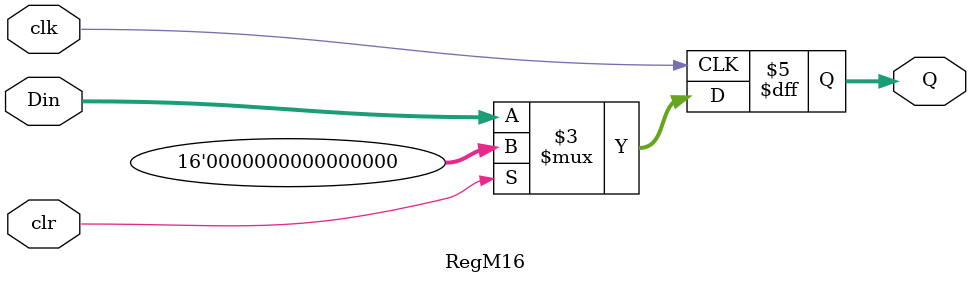
<source format=v>
module RegM16 (clk,clr,Din,Q);

input clk,clr;
input [15:0] Din;
output [15:0] Q;
reg [15:0] Q;

always @(posedge clk)

begin
  
  if(clr)Q<=16'd0;
  else   Q<=Din;

end

endmodule

</source>
